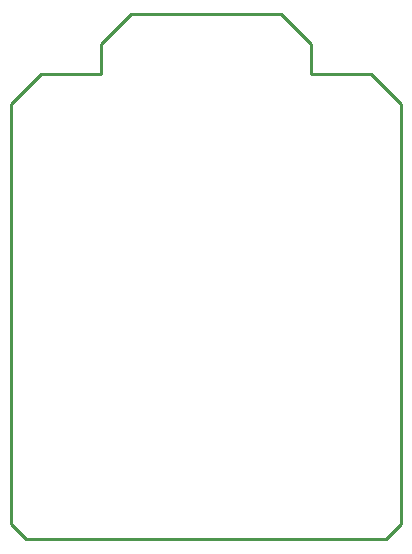
<source format=gbr>
G04 EAGLE Gerber RS-274X export*
G75*
%MOMM*%
%FSLAX34Y34*%
%LPD*%
%IN*%
%IPPOS*%
%AMOC8*
5,1,8,0,0,1.08239X$1,22.5*%
G01*
%ADD10C,0.254000*%


D10*
X0Y12700D02*
X12700Y0D01*
X317500Y0D01*
X330200Y12700D01*
X330200Y368300D01*
X304800Y393700D01*
X254000Y393700D01*
X254000Y419100D01*
X228600Y444500D01*
X101600Y444500D01*
X76200Y419100D01*
X76200Y393700D01*
X25400Y393700D01*
X0Y368300D01*
X0Y12700D01*
M02*

</source>
